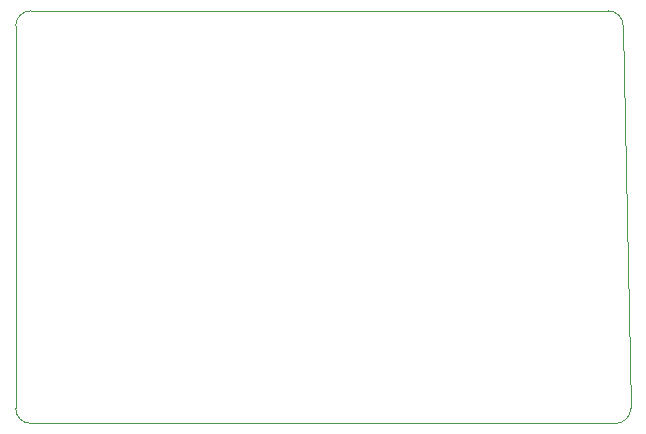
<source format=gbr>
G04 #@! TF.GenerationSoftware,KiCad,Pcbnew,5.99.0-unknown-r17121-d4cea0f2*
G04 #@! TF.CreationDate,2019-12-07T19:23:27-06:00*
G04 #@! TF.ProjectId,7_segment_led_module,375f7365-676d-4656-9e74-5f6c65645f6d,A*
G04 #@! TF.SameCoordinates,Original*
G04 #@! TF.FileFunction,Profile,NP*
%FSLAX46Y46*%
G04 Gerber Fmt 4.6, Leading zero omitted, Abs format (unit mm)*
G04 Created by KiCad (PCBNEW 5.99.0-unknown-r17121-d4cea0f2) date 2019-12-07 19:23:27*
%MOMM*%
%LPD*%
G04 APERTURE LIST*
%ADD10C,0.050000*%
G04 APERTURE END LIST*
D10*
X184150000Y-64770000D02*
X184785000Y-97155000D01*
X133985000Y-63500000D02*
X182880000Y-63500000D01*
X182880000Y-63500000D02*
G75*
G02X184150000Y-64770000I0J-1270000D01*
G01*
X132715000Y-97155000D02*
X132715000Y-64770000D01*
X132715000Y-64770000D02*
G75*
G02X133985000Y-63500000I1270000J0D01*
G01*
X183515000Y-98425000D02*
X133985000Y-98425000D01*
X184785000Y-97155000D02*
G75*
G02X183515000Y-98425000I-1270000J0D01*
G01*
X133985000Y-98425000D02*
G75*
G02X132715000Y-97155000I0J1270000D01*
G01*
M02*

</source>
